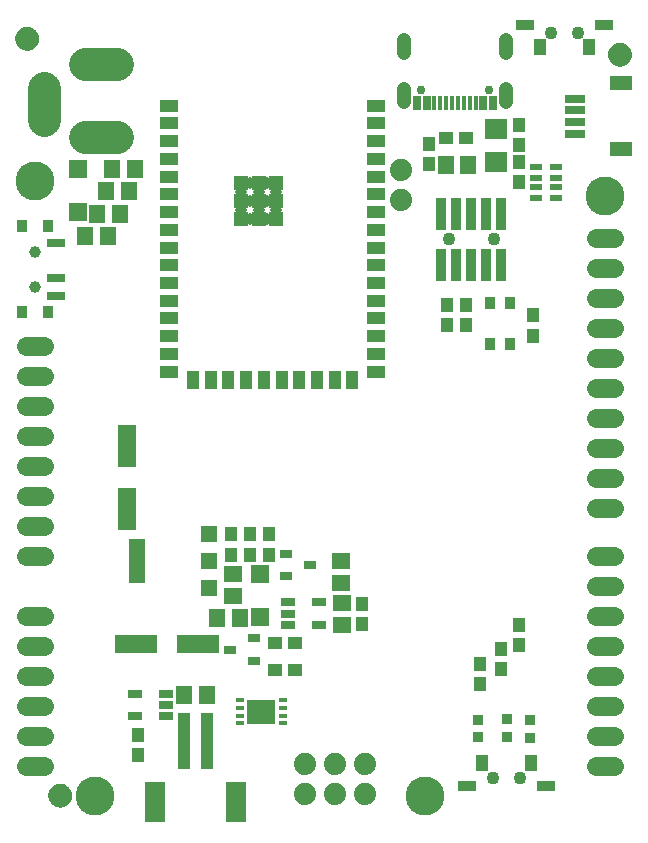
<source format=gbr>
G04 EAGLE Gerber RS-274X export*
G75*
%MOMM*%
%FSLAX34Y34*%
%LPD*%
%INSoldermask Top*%
%IPPOS*%
%AMOC8*
5,1,8,0,0,1.08239X$1,22.5*%
G01*
%ADD10C,3.301600*%
%ADD11C,1.601600*%
%ADD12R,0.901600X0.901600*%
%ADD13C,1.101600*%
%ADD14C,0.469900*%
%ADD15R,1.341600X1.601600*%
%ADD16R,1.901600X1.701600*%
%ADD17R,1.101600X1.176600*%
%ADD18R,0.901600X1.101600*%
%ADD19R,1.601600X0.801600*%
%ADD20C,1.001600*%
%ADD21R,0.861600X2.701600*%
%ADD22R,1.301600X0.651600*%
%ADD23R,1.601600X1.341600*%
%ADD24R,1.101600X4.701600*%
%ADD25R,1.701600X3.501600*%
%ADD26R,1.176600X1.101600*%
%ADD27R,1.501600X1.501600*%
%ADD28R,1.117600X0.736600*%
%ADD29R,0.951600X1.101600*%
%ADD30C,1.879600*%
%ADD31R,1.501600X3.657600*%
%ADD32R,3.657600X1.501600*%
%ADD33R,1.401600X1.401600*%
%ADD34R,1.401600X3.701600*%
%ADD35C,2.801600*%
%ADD36R,0.676600X1.251600*%
%ADD37R,0.376600X1.251600*%
%ADD38C,1.209600*%
%ADD39C,0.751600*%
%ADD40R,1.601600X1.001600*%
%ADD41R,1.201600X1.201600*%
%ADD42R,1.001600X1.601600*%
%ADD43C,1.009600*%
%ADD44R,1.651600X0.701600*%
%ADD45R,1.901600X1.301600*%
%ADD46R,1.001600X1.371600*%
%ADD47R,1.551600X0.901600*%
%ADD48R,1.001600X0.551600*%
%ADD49R,0.801600X0.451600*%
%ADD50R,2.401600X2.061600*%


D10*
X353060Y26670D03*
X73660Y26670D03*
X505460Y534670D03*
X22860Y547370D03*
D11*
X15360Y179070D02*
X30360Y179070D01*
X30360Y153670D02*
X15360Y153670D01*
X15360Y128270D02*
X30360Y128270D01*
X30360Y102870D02*
X15360Y102870D01*
X15360Y77470D02*
X30360Y77470D01*
X30360Y52070D02*
X15360Y52070D01*
D12*
X441706Y75939D03*
X441706Y90939D03*
D13*
X518160Y654050D03*
D14*
X525660Y654050D02*
X525658Y654231D01*
X525651Y654412D01*
X525640Y654593D01*
X525625Y654774D01*
X525605Y654954D01*
X525581Y655134D01*
X525553Y655313D01*
X525520Y655491D01*
X525483Y655668D01*
X525442Y655845D01*
X525397Y656020D01*
X525347Y656195D01*
X525293Y656368D01*
X525235Y656539D01*
X525173Y656710D01*
X525106Y656878D01*
X525036Y657045D01*
X524962Y657211D01*
X524883Y657374D01*
X524801Y657535D01*
X524715Y657695D01*
X524625Y657852D01*
X524531Y658007D01*
X524434Y658160D01*
X524332Y658310D01*
X524228Y658458D01*
X524119Y658604D01*
X524008Y658746D01*
X523892Y658886D01*
X523774Y659023D01*
X523652Y659158D01*
X523527Y659289D01*
X523399Y659417D01*
X523268Y659542D01*
X523133Y659664D01*
X522996Y659782D01*
X522856Y659898D01*
X522714Y660009D01*
X522568Y660118D01*
X522420Y660222D01*
X522270Y660324D01*
X522117Y660421D01*
X521962Y660515D01*
X521805Y660605D01*
X521645Y660691D01*
X521484Y660773D01*
X521321Y660852D01*
X521155Y660926D01*
X520988Y660996D01*
X520820Y661063D01*
X520649Y661125D01*
X520478Y661183D01*
X520305Y661237D01*
X520130Y661287D01*
X519955Y661332D01*
X519778Y661373D01*
X519601Y661410D01*
X519423Y661443D01*
X519244Y661471D01*
X519064Y661495D01*
X518884Y661515D01*
X518703Y661530D01*
X518522Y661541D01*
X518341Y661548D01*
X518160Y661550D01*
X525660Y654050D02*
X525658Y653869D01*
X525651Y653688D01*
X525640Y653507D01*
X525625Y653326D01*
X525605Y653146D01*
X525581Y652966D01*
X525553Y652787D01*
X525520Y652609D01*
X525483Y652432D01*
X525442Y652255D01*
X525397Y652080D01*
X525347Y651905D01*
X525293Y651732D01*
X525235Y651561D01*
X525173Y651390D01*
X525106Y651222D01*
X525036Y651055D01*
X524962Y650889D01*
X524883Y650726D01*
X524801Y650565D01*
X524715Y650405D01*
X524625Y650248D01*
X524531Y650093D01*
X524434Y649940D01*
X524332Y649790D01*
X524228Y649642D01*
X524119Y649496D01*
X524008Y649354D01*
X523892Y649214D01*
X523774Y649077D01*
X523652Y648942D01*
X523527Y648811D01*
X523399Y648683D01*
X523268Y648558D01*
X523133Y648436D01*
X522996Y648318D01*
X522856Y648202D01*
X522714Y648091D01*
X522568Y647982D01*
X522420Y647878D01*
X522270Y647776D01*
X522117Y647679D01*
X521962Y647585D01*
X521805Y647495D01*
X521645Y647409D01*
X521484Y647327D01*
X521321Y647248D01*
X521155Y647174D01*
X520988Y647104D01*
X520820Y647037D01*
X520649Y646975D01*
X520478Y646917D01*
X520305Y646863D01*
X520130Y646813D01*
X519955Y646768D01*
X519778Y646727D01*
X519601Y646690D01*
X519423Y646657D01*
X519244Y646629D01*
X519064Y646605D01*
X518884Y646585D01*
X518703Y646570D01*
X518522Y646559D01*
X518341Y646552D01*
X518160Y646550D01*
X517979Y646552D01*
X517798Y646559D01*
X517617Y646570D01*
X517436Y646585D01*
X517256Y646605D01*
X517076Y646629D01*
X516897Y646657D01*
X516719Y646690D01*
X516542Y646727D01*
X516365Y646768D01*
X516190Y646813D01*
X516015Y646863D01*
X515842Y646917D01*
X515671Y646975D01*
X515500Y647037D01*
X515332Y647104D01*
X515165Y647174D01*
X514999Y647248D01*
X514836Y647327D01*
X514675Y647409D01*
X514515Y647495D01*
X514358Y647585D01*
X514203Y647679D01*
X514050Y647776D01*
X513900Y647878D01*
X513752Y647982D01*
X513606Y648091D01*
X513464Y648202D01*
X513324Y648318D01*
X513187Y648436D01*
X513052Y648558D01*
X512921Y648683D01*
X512793Y648811D01*
X512668Y648942D01*
X512546Y649077D01*
X512428Y649214D01*
X512312Y649354D01*
X512201Y649496D01*
X512092Y649642D01*
X511988Y649790D01*
X511886Y649940D01*
X511789Y650093D01*
X511695Y650248D01*
X511605Y650405D01*
X511519Y650565D01*
X511437Y650726D01*
X511358Y650889D01*
X511284Y651055D01*
X511214Y651222D01*
X511147Y651390D01*
X511085Y651561D01*
X511027Y651732D01*
X510973Y651905D01*
X510923Y652080D01*
X510878Y652255D01*
X510837Y652432D01*
X510800Y652609D01*
X510767Y652787D01*
X510739Y652966D01*
X510715Y653146D01*
X510695Y653326D01*
X510680Y653507D01*
X510669Y653688D01*
X510662Y653869D01*
X510660Y654050D01*
X510662Y654231D01*
X510669Y654412D01*
X510680Y654593D01*
X510695Y654774D01*
X510715Y654954D01*
X510739Y655134D01*
X510767Y655313D01*
X510800Y655491D01*
X510837Y655668D01*
X510878Y655845D01*
X510923Y656020D01*
X510973Y656195D01*
X511027Y656368D01*
X511085Y656539D01*
X511147Y656710D01*
X511214Y656878D01*
X511284Y657045D01*
X511358Y657211D01*
X511437Y657374D01*
X511519Y657535D01*
X511605Y657695D01*
X511695Y657852D01*
X511789Y658007D01*
X511886Y658160D01*
X511988Y658310D01*
X512092Y658458D01*
X512201Y658604D01*
X512312Y658746D01*
X512428Y658886D01*
X512546Y659023D01*
X512668Y659158D01*
X512793Y659289D01*
X512921Y659417D01*
X513052Y659542D01*
X513187Y659664D01*
X513324Y659782D01*
X513464Y659898D01*
X513606Y660009D01*
X513752Y660118D01*
X513900Y660222D01*
X514050Y660324D01*
X514203Y660421D01*
X514358Y660515D01*
X514515Y660605D01*
X514675Y660691D01*
X514836Y660773D01*
X514999Y660852D01*
X515165Y660926D01*
X515332Y660996D01*
X515500Y661063D01*
X515671Y661125D01*
X515842Y661183D01*
X516015Y661237D01*
X516190Y661287D01*
X516365Y661332D01*
X516542Y661373D01*
X516719Y661410D01*
X516897Y661443D01*
X517076Y661471D01*
X517256Y661495D01*
X517436Y661515D01*
X517617Y661530D01*
X517798Y661541D01*
X517979Y661548D01*
X518160Y661550D01*
D13*
X44220Y26750D03*
D14*
X51720Y26750D02*
X51718Y26931D01*
X51711Y27112D01*
X51700Y27293D01*
X51685Y27474D01*
X51665Y27654D01*
X51641Y27834D01*
X51613Y28013D01*
X51580Y28191D01*
X51543Y28368D01*
X51502Y28545D01*
X51457Y28720D01*
X51407Y28895D01*
X51353Y29068D01*
X51295Y29239D01*
X51233Y29410D01*
X51166Y29578D01*
X51096Y29745D01*
X51022Y29911D01*
X50943Y30074D01*
X50861Y30235D01*
X50775Y30395D01*
X50685Y30552D01*
X50591Y30707D01*
X50494Y30860D01*
X50392Y31010D01*
X50288Y31158D01*
X50179Y31304D01*
X50068Y31446D01*
X49952Y31586D01*
X49834Y31723D01*
X49712Y31858D01*
X49587Y31989D01*
X49459Y32117D01*
X49328Y32242D01*
X49193Y32364D01*
X49056Y32482D01*
X48916Y32598D01*
X48774Y32709D01*
X48628Y32818D01*
X48480Y32922D01*
X48330Y33024D01*
X48177Y33121D01*
X48022Y33215D01*
X47865Y33305D01*
X47705Y33391D01*
X47544Y33473D01*
X47381Y33552D01*
X47215Y33626D01*
X47048Y33696D01*
X46880Y33763D01*
X46709Y33825D01*
X46538Y33883D01*
X46365Y33937D01*
X46190Y33987D01*
X46015Y34032D01*
X45838Y34073D01*
X45661Y34110D01*
X45483Y34143D01*
X45304Y34171D01*
X45124Y34195D01*
X44944Y34215D01*
X44763Y34230D01*
X44582Y34241D01*
X44401Y34248D01*
X44220Y34250D01*
X51720Y26750D02*
X51718Y26569D01*
X51711Y26388D01*
X51700Y26207D01*
X51685Y26026D01*
X51665Y25846D01*
X51641Y25666D01*
X51613Y25487D01*
X51580Y25309D01*
X51543Y25132D01*
X51502Y24955D01*
X51457Y24780D01*
X51407Y24605D01*
X51353Y24432D01*
X51295Y24261D01*
X51233Y24090D01*
X51166Y23922D01*
X51096Y23755D01*
X51022Y23589D01*
X50943Y23426D01*
X50861Y23265D01*
X50775Y23105D01*
X50685Y22948D01*
X50591Y22793D01*
X50494Y22640D01*
X50392Y22490D01*
X50288Y22342D01*
X50179Y22196D01*
X50068Y22054D01*
X49952Y21914D01*
X49834Y21777D01*
X49712Y21642D01*
X49587Y21511D01*
X49459Y21383D01*
X49328Y21258D01*
X49193Y21136D01*
X49056Y21018D01*
X48916Y20902D01*
X48774Y20791D01*
X48628Y20682D01*
X48480Y20578D01*
X48330Y20476D01*
X48177Y20379D01*
X48022Y20285D01*
X47865Y20195D01*
X47705Y20109D01*
X47544Y20027D01*
X47381Y19948D01*
X47215Y19874D01*
X47048Y19804D01*
X46880Y19737D01*
X46709Y19675D01*
X46538Y19617D01*
X46365Y19563D01*
X46190Y19513D01*
X46015Y19468D01*
X45838Y19427D01*
X45661Y19390D01*
X45483Y19357D01*
X45304Y19329D01*
X45124Y19305D01*
X44944Y19285D01*
X44763Y19270D01*
X44582Y19259D01*
X44401Y19252D01*
X44220Y19250D01*
X44039Y19252D01*
X43858Y19259D01*
X43677Y19270D01*
X43496Y19285D01*
X43316Y19305D01*
X43136Y19329D01*
X42957Y19357D01*
X42779Y19390D01*
X42602Y19427D01*
X42425Y19468D01*
X42250Y19513D01*
X42075Y19563D01*
X41902Y19617D01*
X41731Y19675D01*
X41560Y19737D01*
X41392Y19804D01*
X41225Y19874D01*
X41059Y19948D01*
X40896Y20027D01*
X40735Y20109D01*
X40575Y20195D01*
X40418Y20285D01*
X40263Y20379D01*
X40110Y20476D01*
X39960Y20578D01*
X39812Y20682D01*
X39666Y20791D01*
X39524Y20902D01*
X39384Y21018D01*
X39247Y21136D01*
X39112Y21258D01*
X38981Y21383D01*
X38853Y21511D01*
X38728Y21642D01*
X38606Y21777D01*
X38488Y21914D01*
X38372Y22054D01*
X38261Y22196D01*
X38152Y22342D01*
X38048Y22490D01*
X37946Y22640D01*
X37849Y22793D01*
X37755Y22948D01*
X37665Y23105D01*
X37579Y23265D01*
X37497Y23426D01*
X37418Y23589D01*
X37344Y23755D01*
X37274Y23922D01*
X37207Y24090D01*
X37145Y24261D01*
X37087Y24432D01*
X37033Y24605D01*
X36983Y24780D01*
X36938Y24955D01*
X36897Y25132D01*
X36860Y25309D01*
X36827Y25487D01*
X36799Y25666D01*
X36775Y25846D01*
X36755Y26026D01*
X36740Y26207D01*
X36729Y26388D01*
X36722Y26569D01*
X36720Y26750D01*
X36722Y26931D01*
X36729Y27112D01*
X36740Y27293D01*
X36755Y27474D01*
X36775Y27654D01*
X36799Y27834D01*
X36827Y28013D01*
X36860Y28191D01*
X36897Y28368D01*
X36938Y28545D01*
X36983Y28720D01*
X37033Y28895D01*
X37087Y29068D01*
X37145Y29239D01*
X37207Y29410D01*
X37274Y29578D01*
X37344Y29745D01*
X37418Y29911D01*
X37497Y30074D01*
X37579Y30235D01*
X37665Y30395D01*
X37755Y30552D01*
X37849Y30707D01*
X37946Y30860D01*
X38048Y31010D01*
X38152Y31158D01*
X38261Y31304D01*
X38372Y31446D01*
X38488Y31586D01*
X38606Y31723D01*
X38728Y31858D01*
X38853Y31989D01*
X38981Y32117D01*
X39112Y32242D01*
X39247Y32364D01*
X39384Y32482D01*
X39524Y32598D01*
X39666Y32709D01*
X39812Y32818D01*
X39960Y32922D01*
X40110Y33024D01*
X40263Y33121D01*
X40418Y33215D01*
X40575Y33305D01*
X40735Y33391D01*
X40896Y33473D01*
X41059Y33552D01*
X41225Y33626D01*
X41392Y33696D01*
X41560Y33763D01*
X41731Y33825D01*
X41902Y33883D01*
X42075Y33937D01*
X42250Y33987D01*
X42425Y34032D01*
X42602Y34073D01*
X42779Y34110D01*
X42957Y34143D01*
X43136Y34171D01*
X43316Y34195D01*
X43496Y34215D01*
X43677Y34230D01*
X43858Y34241D01*
X44039Y34248D01*
X44220Y34250D01*
D13*
X16320Y667550D03*
D14*
X23820Y667550D02*
X23818Y667731D01*
X23811Y667912D01*
X23800Y668093D01*
X23785Y668274D01*
X23765Y668454D01*
X23741Y668634D01*
X23713Y668813D01*
X23680Y668991D01*
X23643Y669168D01*
X23602Y669345D01*
X23557Y669520D01*
X23507Y669695D01*
X23453Y669868D01*
X23395Y670039D01*
X23333Y670210D01*
X23266Y670378D01*
X23196Y670545D01*
X23122Y670711D01*
X23043Y670874D01*
X22961Y671035D01*
X22875Y671195D01*
X22785Y671352D01*
X22691Y671507D01*
X22594Y671660D01*
X22492Y671810D01*
X22388Y671958D01*
X22279Y672104D01*
X22168Y672246D01*
X22052Y672386D01*
X21934Y672523D01*
X21812Y672658D01*
X21687Y672789D01*
X21559Y672917D01*
X21428Y673042D01*
X21293Y673164D01*
X21156Y673282D01*
X21016Y673398D01*
X20874Y673509D01*
X20728Y673618D01*
X20580Y673722D01*
X20430Y673824D01*
X20277Y673921D01*
X20122Y674015D01*
X19965Y674105D01*
X19805Y674191D01*
X19644Y674273D01*
X19481Y674352D01*
X19315Y674426D01*
X19148Y674496D01*
X18980Y674563D01*
X18809Y674625D01*
X18638Y674683D01*
X18465Y674737D01*
X18290Y674787D01*
X18115Y674832D01*
X17938Y674873D01*
X17761Y674910D01*
X17583Y674943D01*
X17404Y674971D01*
X17224Y674995D01*
X17044Y675015D01*
X16863Y675030D01*
X16682Y675041D01*
X16501Y675048D01*
X16320Y675050D01*
X23820Y667550D02*
X23818Y667369D01*
X23811Y667188D01*
X23800Y667007D01*
X23785Y666826D01*
X23765Y666646D01*
X23741Y666466D01*
X23713Y666287D01*
X23680Y666109D01*
X23643Y665932D01*
X23602Y665755D01*
X23557Y665580D01*
X23507Y665405D01*
X23453Y665232D01*
X23395Y665061D01*
X23333Y664890D01*
X23266Y664722D01*
X23196Y664555D01*
X23122Y664389D01*
X23043Y664226D01*
X22961Y664065D01*
X22875Y663905D01*
X22785Y663748D01*
X22691Y663593D01*
X22594Y663440D01*
X22492Y663290D01*
X22388Y663142D01*
X22279Y662996D01*
X22168Y662854D01*
X22052Y662714D01*
X21934Y662577D01*
X21812Y662442D01*
X21687Y662311D01*
X21559Y662183D01*
X21428Y662058D01*
X21293Y661936D01*
X21156Y661818D01*
X21016Y661702D01*
X20874Y661591D01*
X20728Y661482D01*
X20580Y661378D01*
X20430Y661276D01*
X20277Y661179D01*
X20122Y661085D01*
X19965Y660995D01*
X19805Y660909D01*
X19644Y660827D01*
X19481Y660748D01*
X19315Y660674D01*
X19148Y660604D01*
X18980Y660537D01*
X18809Y660475D01*
X18638Y660417D01*
X18465Y660363D01*
X18290Y660313D01*
X18115Y660268D01*
X17938Y660227D01*
X17761Y660190D01*
X17583Y660157D01*
X17404Y660129D01*
X17224Y660105D01*
X17044Y660085D01*
X16863Y660070D01*
X16682Y660059D01*
X16501Y660052D01*
X16320Y660050D01*
X16139Y660052D01*
X15958Y660059D01*
X15777Y660070D01*
X15596Y660085D01*
X15416Y660105D01*
X15236Y660129D01*
X15057Y660157D01*
X14879Y660190D01*
X14702Y660227D01*
X14525Y660268D01*
X14350Y660313D01*
X14175Y660363D01*
X14002Y660417D01*
X13831Y660475D01*
X13660Y660537D01*
X13492Y660604D01*
X13325Y660674D01*
X13159Y660748D01*
X12996Y660827D01*
X12835Y660909D01*
X12675Y660995D01*
X12518Y661085D01*
X12363Y661179D01*
X12210Y661276D01*
X12060Y661378D01*
X11912Y661482D01*
X11766Y661591D01*
X11624Y661702D01*
X11484Y661818D01*
X11347Y661936D01*
X11212Y662058D01*
X11081Y662183D01*
X10953Y662311D01*
X10828Y662442D01*
X10706Y662577D01*
X10588Y662714D01*
X10472Y662854D01*
X10361Y662996D01*
X10252Y663142D01*
X10148Y663290D01*
X10046Y663440D01*
X9949Y663593D01*
X9855Y663748D01*
X9765Y663905D01*
X9679Y664065D01*
X9597Y664226D01*
X9518Y664389D01*
X9444Y664555D01*
X9374Y664722D01*
X9307Y664890D01*
X9245Y665061D01*
X9187Y665232D01*
X9133Y665405D01*
X9083Y665580D01*
X9038Y665755D01*
X8997Y665932D01*
X8960Y666109D01*
X8927Y666287D01*
X8899Y666466D01*
X8875Y666646D01*
X8855Y666826D01*
X8840Y667007D01*
X8829Y667188D01*
X8822Y667369D01*
X8820Y667550D01*
X8822Y667731D01*
X8829Y667912D01*
X8840Y668093D01*
X8855Y668274D01*
X8875Y668454D01*
X8899Y668634D01*
X8927Y668813D01*
X8960Y668991D01*
X8997Y669168D01*
X9038Y669345D01*
X9083Y669520D01*
X9133Y669695D01*
X9187Y669868D01*
X9245Y670039D01*
X9307Y670210D01*
X9374Y670378D01*
X9444Y670545D01*
X9518Y670711D01*
X9597Y670874D01*
X9679Y671035D01*
X9765Y671195D01*
X9855Y671352D01*
X9949Y671507D01*
X10046Y671660D01*
X10148Y671810D01*
X10252Y671958D01*
X10361Y672104D01*
X10472Y672246D01*
X10588Y672386D01*
X10706Y672523D01*
X10828Y672658D01*
X10953Y672789D01*
X11081Y672917D01*
X11212Y673042D01*
X11347Y673164D01*
X11484Y673282D01*
X11624Y673398D01*
X11766Y673509D01*
X11912Y673618D01*
X12060Y673722D01*
X12210Y673824D01*
X12363Y673921D01*
X12518Y674015D01*
X12675Y674105D01*
X12835Y674191D01*
X12996Y674273D01*
X13159Y674352D01*
X13325Y674426D01*
X13492Y674496D01*
X13660Y674563D01*
X13831Y674625D01*
X14002Y674683D01*
X14175Y674737D01*
X14350Y674787D01*
X14525Y674832D01*
X14702Y674873D01*
X14879Y674910D01*
X15057Y674943D01*
X15236Y674971D01*
X15416Y674995D01*
X15596Y675015D01*
X15777Y675030D01*
X15958Y675041D01*
X16139Y675048D01*
X16320Y675050D01*
D12*
X422148Y76447D03*
X422148Y91447D03*
D15*
X389865Y560705D03*
X370865Y560705D03*
D16*
X413385Y591215D03*
X413385Y563215D03*
D17*
X433070Y546490D03*
X433070Y563490D03*
X433070Y153933D03*
X433070Y170933D03*
X417830Y133613D03*
X417830Y150613D03*
D11*
X497960Y499110D02*
X512960Y499110D01*
X512960Y473710D02*
X497960Y473710D01*
X497960Y448310D02*
X512960Y448310D01*
X512960Y422910D02*
X497960Y422910D01*
X497960Y397510D02*
X512960Y397510D01*
X512960Y372110D02*
X497960Y372110D01*
X497960Y346710D02*
X512960Y346710D01*
X512960Y321310D02*
X497960Y321310D01*
X497960Y295910D02*
X512960Y295910D01*
X512960Y270510D02*
X497960Y270510D01*
X497960Y229870D02*
X512960Y229870D01*
X512960Y204470D02*
X497960Y204470D01*
X497960Y179070D02*
X512960Y179070D01*
X512960Y153670D02*
X497960Y153670D01*
X497960Y128270D02*
X512960Y128270D01*
X512960Y102870D02*
X497960Y102870D01*
X497960Y77470D02*
X512960Y77470D01*
X512960Y52070D02*
X497960Y52070D01*
X30360Y407670D02*
X15360Y407670D01*
X15360Y382270D02*
X30360Y382270D01*
X30360Y356870D02*
X15360Y356870D01*
X15360Y331470D02*
X30360Y331470D01*
X30360Y306070D02*
X15360Y306070D01*
X15360Y280670D02*
X30360Y280670D01*
X30360Y255270D02*
X15360Y255270D01*
X15360Y229870D02*
X30360Y229870D01*
D18*
X11860Y508940D03*
X33860Y508940D03*
X33860Y435940D03*
X11860Y435940D03*
D19*
X40360Y449940D03*
X40360Y464940D03*
X40360Y494940D03*
D20*
X22860Y487440D03*
X22860Y457440D03*
D21*
X367030Y519340D03*
X379730Y519340D03*
X392430Y519340D03*
X405130Y519340D03*
X417830Y519340D03*
X367030Y476340D03*
X379730Y476340D03*
X392430Y476340D03*
X405130Y476340D03*
X417830Y476340D03*
D13*
X373380Y497840D03*
X411480Y497840D03*
D22*
X133651Y94005D03*
X133651Y103505D03*
X133651Y113005D03*
X107649Y113005D03*
X107649Y94005D03*
D12*
X398145Y91066D03*
X398145Y76066D03*
D17*
X400050Y120913D03*
X400050Y137913D03*
D15*
X149250Y112395D03*
X168250Y112395D03*
D17*
X109855Y78350D03*
X109855Y61350D03*
D15*
X196190Y177165D03*
X177190Y177165D03*
D23*
X282575Y189840D03*
X282575Y170840D03*
D22*
X237189Y190475D03*
X237189Y180975D03*
X237189Y171475D03*
X263191Y171475D03*
X263191Y190475D03*
D24*
X168750Y73195D03*
X148750Y73195D03*
D25*
X192750Y21195D03*
X124750Y21195D03*
D26*
X242815Y156210D03*
X225815Y156210D03*
D17*
X433070Y594605D03*
X433070Y577605D03*
D27*
X213360Y177715D03*
X213360Y214715D03*
D28*
X188120Y150495D03*
X208120Y159995D03*
X208120Y140995D03*
D26*
X242815Y133350D03*
X225815Y133350D03*
D29*
X425310Y444220D03*
X425310Y409220D03*
X407810Y444220D03*
X407810Y409220D03*
D17*
X444500Y433315D03*
X444500Y416315D03*
D30*
X302260Y27940D03*
X276860Y27940D03*
X251460Y27940D03*
X302260Y53340D03*
X276860Y53340D03*
X251460Y53340D03*
D23*
X190500Y195605D03*
X190500Y214605D03*
D31*
X100965Y269370D03*
X100965Y322450D03*
D32*
X161160Y155575D03*
X108080Y155575D03*
D27*
X59690Y520615D03*
X59690Y557615D03*
D33*
X170200Y202425D03*
X170200Y225425D03*
X170200Y248425D03*
D34*
X109200Y225425D03*
D17*
X189230Y230895D03*
X189230Y247895D03*
D35*
X92240Y584090D02*
X65240Y584090D01*
X65240Y646590D02*
X92240Y646590D01*
X30740Y626090D02*
X30740Y599090D01*
D23*
X281940Y206400D03*
X281940Y225400D03*
D17*
X299720Y188840D03*
X299720Y171840D03*
D36*
X410460Y613520D03*
X402460Y613520D03*
D37*
X395960Y613520D03*
X390960Y613520D03*
X385960Y613520D03*
X380960Y613520D03*
X375960Y613520D03*
X370960Y613520D03*
X365960Y613520D03*
X360960Y613520D03*
D36*
X354460Y613520D03*
X346460Y613520D03*
D38*
X421660Y655530D02*
X421660Y666610D01*
X335260Y666610D02*
X335260Y655530D01*
X335260Y624810D02*
X335260Y613730D01*
X421660Y613730D02*
X421660Y624810D01*
D39*
X349560Y624270D03*
X407360Y624270D03*
D17*
X356235Y561730D03*
X356235Y578730D03*
D26*
X370595Y583565D03*
X387595Y583565D03*
D28*
X255745Y222250D03*
X235745Y212750D03*
X235745Y231750D03*
D17*
X205105Y247895D03*
X205105Y230895D03*
X220980Y247895D03*
X220980Y230895D03*
D40*
X136655Y610860D03*
D41*
X212255Y530360D03*
D40*
X136655Y595860D03*
X136655Y580860D03*
X136655Y565860D03*
X136655Y550860D03*
X136655Y535860D03*
X136655Y520860D03*
X136655Y505860D03*
X136655Y490860D03*
X136655Y475860D03*
X136655Y460860D03*
X136655Y445860D03*
X136655Y430860D03*
X136655Y415860D03*
X136655Y400860D03*
X136655Y385860D03*
D42*
X156655Y378360D03*
X171655Y378360D03*
X186655Y378360D03*
X201655Y378360D03*
X216655Y378360D03*
X231655Y378360D03*
X246655Y378360D03*
X261655Y378360D03*
X276655Y378360D03*
X291655Y378360D03*
D40*
X311655Y385860D03*
X311655Y400860D03*
X311655Y415860D03*
X311655Y430860D03*
X311655Y445860D03*
X311655Y460860D03*
X311655Y475860D03*
X311655Y490860D03*
X311655Y505860D03*
X311655Y520860D03*
X311655Y535860D03*
X311655Y550860D03*
X311655Y565860D03*
X311655Y580860D03*
X311655Y595860D03*
X311655Y610860D03*
D41*
X197255Y545360D03*
X212255Y545360D03*
X227255Y545360D03*
X197255Y530360D03*
X227255Y530360D03*
X197255Y515360D03*
X212255Y515360D03*
X227255Y515360D03*
D43*
X204755Y545360D03*
X219755Y545360D03*
X197255Y537860D03*
X212255Y537860D03*
X227255Y537860D03*
X204755Y530360D03*
X219755Y530360D03*
X197255Y522860D03*
X212255Y522860D03*
X227255Y522860D03*
X204755Y515360D03*
X219755Y515360D03*
D17*
X387985Y425205D03*
X387985Y442205D03*
X372110Y442205D03*
X372110Y425205D03*
D15*
X107290Y557530D03*
X88290Y557530D03*
X102210Y538480D03*
X83210Y538480D03*
X94590Y519430D03*
X75590Y519430D03*
X84430Y500380D03*
X65430Y500380D03*
D44*
X480320Y596980D03*
X480320Y606980D03*
X480320Y586980D03*
X480320Y616980D03*
D45*
X519320Y573980D03*
X519320Y629980D03*
D46*
X492170Y660290D03*
X450170Y660290D03*
D47*
X504920Y679290D03*
X437420Y679290D03*
D13*
X482670Y672290D03*
X459670Y672290D03*
D48*
X447430Y533100D03*
X464430Y533100D03*
X447430Y542100D03*
X447430Y550100D03*
X447430Y559100D03*
X464430Y559100D03*
X464430Y542100D03*
X464430Y550100D03*
D30*
X332740Y530860D03*
X332740Y556260D03*
D46*
X401148Y54085D03*
X443148Y54085D03*
D47*
X388398Y35085D03*
X455898Y35085D03*
D13*
X410648Y42085D03*
X433648Y42085D03*
D49*
X196630Y107540D03*
X196630Y101040D03*
X196630Y94540D03*
X196630Y88040D03*
X232630Y88040D03*
X232630Y94540D03*
X232630Y101040D03*
X232630Y107540D03*
D50*
X214630Y97790D03*
M02*

</source>
